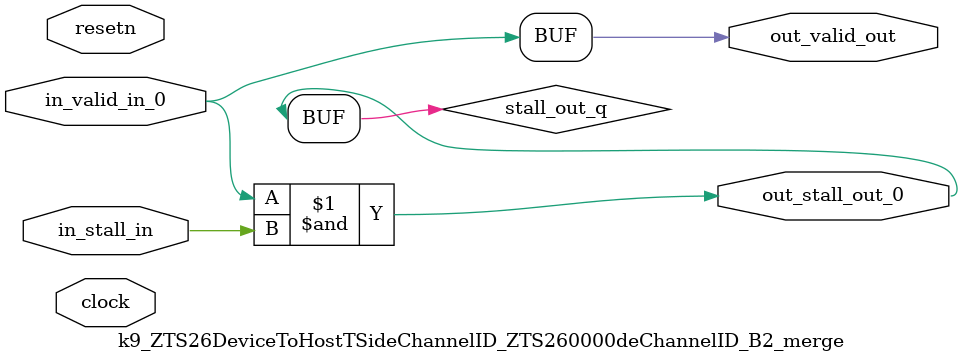
<source format=sv>



(* altera_attribute = "-name AUTO_SHIFT_REGISTER_RECOGNITION OFF; -name MESSAGE_DISABLE 10036; -name MESSAGE_DISABLE 10037; -name MESSAGE_DISABLE 14130; -name MESSAGE_DISABLE 14320; -name MESSAGE_DISABLE 15400; -name MESSAGE_DISABLE 14130; -name MESSAGE_DISABLE 10036; -name MESSAGE_DISABLE 12020; -name MESSAGE_DISABLE 12030; -name MESSAGE_DISABLE 12010; -name MESSAGE_DISABLE 12110; -name MESSAGE_DISABLE 14320; -name MESSAGE_DISABLE 13410; -name MESSAGE_DISABLE 113007; -name MESSAGE_DISABLE 10958" *)
module k9_ZTS26DeviceToHostTSideChannelID_ZTS260000deChannelID_B2_merge (
    input wire [0:0] in_stall_in,
    input wire [0:0] in_valid_in_0,
    output wire [0:0] out_stall_out_0,
    output wire [0:0] out_valid_out,
    input wire clock,
    input wire resetn
    );

    wire [0:0] stall_out_q;


    // stall_out(LOGICAL,6)
    assign stall_out_q = in_valid_in_0 & in_stall_in;

    // out_stall_out_0(GPOUT,4)
    assign out_stall_out_0 = stall_out_q;

    // out_valid_out(GPOUT,5)
    assign out_valid_out = in_valid_in_0;

endmodule

</source>
